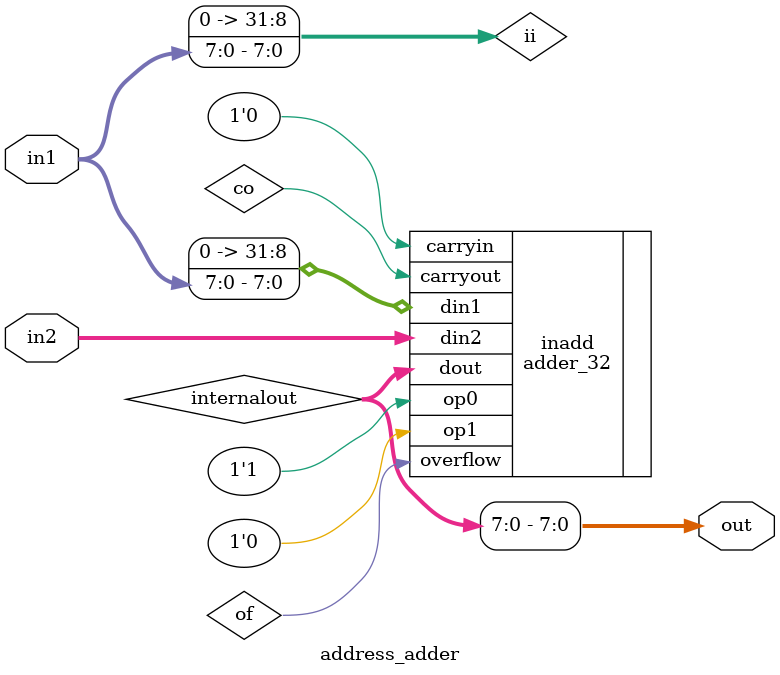
<source format=v>


module sl2(out,in);//this is shift left 2-bits.

  output reg[31:0] out;  
  input wire[31:0] in;
  always@(in)
  begin
    out[31:2]=in[29:0];
    out[1:0]=2'b00;
  end
endmodule

module address_adder(out,in1,in2);//for my special design, this module also has the function of 32'bit-8bit transform.
  output wire[7:0] out;
  input wire[31:0] in2;
  input wire[7:0] in1;
  
  
  wire[31:0] ii,internalout;
  assign ii[7:0]=in1;
  assign ii[31:8]=24'd0;
  
  wire of,co;//these are useless.
  
  adder_32 inadd(.dout(internalout)
                ,.overflow(of)
                ,.carryout(co)
                ,.din1(ii)
                ,.din2(in2)
                ,.op0(1'b1)//indicate unsigned.
                ,.op1(1'b0)//indicate add.
                ,.carryin(1'b0));
  
  assign out=internalout[7:0];
endmodule
</source>
